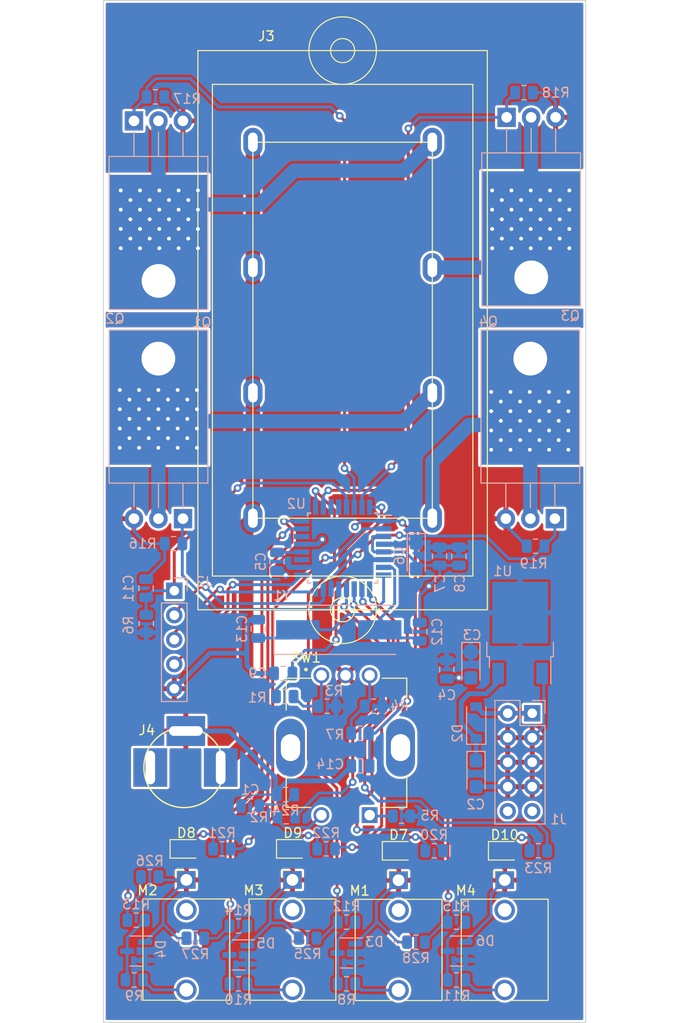
<source format=kicad_pcb>
(kicad_pcb (version 20211014) (generator pcbnew)
  (layers (0 "F.Cu" signal) (31 "B.Cu" signal) (34 "B.Paste" user) (35 "F.Paste" user) (36 "B.SilkS" user "B.Silkscreen") (37 "F.SilkS" user "F.Silkscreen") (38 "B.Mask" user) (39 "F.Mask" user) (44 "Edge.Cuts" user))
  (net 0 "")
  (net 1 "GND")
  (net 2 "Net-(C5-Pad1)")
  (net 3 "+5V")
  (net 4 "/ENC0")
  (net 5 "/SW")
  (net 6 "/RESET")
  (net 7 "Net-(C12-Pad2)")
  (net 8 "Net-(C13-Pad2)")
  (net 9 "/ENC1")
  (net 10 "Net-(D3-Pad3)")
  (net 11 "Net-(D4-Pad3)")
  (net 12 "Net-(D5-Pad3)")
  (net 13 "Net-(D6-Pad3)")
  (net 14 "Net-(D7-Pad2)")
  (net 15 "Net-(D8-Pad2)")
  (net 16 "Net-(D9-Pad2)")
  (net 17 "Net-(D10-Pad2)")
  (net 18 "Net-(D2-Pad2)")
  (net 21 "/MOSI")
  (net 22 "/MISO")
  (net 23 "/SCK")
  (net 24 "/APULSOUT2")
  (net 25 "/PULL2")
  (net 26 "/APULSOUT0")
  (net 27 "/PULL0")
  (net 28 "/APULSOUT1")
  (net 29 "/PULL1")
  (net 30 "/APULSOUT3")
  (net 31 "/PULL3")
  (net 32 "Net-(R1-Pad2)")
  (net 33 "Net-(R2-Pad2)")
  (net 34 "Net-(R4-Pad2)")
  (net 35 "Net-(R5-Pad1)")
  (net 36 "/PULSIN2")
  (net 37 "/PULSIN0")
  (net 38 "/PULSIN1")
  (net 39 "/PULSIN3")
  (net 40 "/AVRPULSIN2")
  (net 41 "/AVRPULSIN0")
  (net 42 "/AVRPULSIN1")
  (net 43 "/AVRPULSIN3")
  (net 44 "/LED2")
  (net 45 "/LED0")
  (net 46 "/LED1")
  (net 47 "/LED3")
  (net 48 "+12V")
  (net 53 "/POWER")
  (footprint "LED_SMD:LED_0805_2012Metric" (layer "F.Cu") (at 41.6 88.2)
    (fp_text reference "D10")
    (fp_text value "LED")
  )
  (footprint "martin_module:Jack_3.5mm_QingPu_WQP-PJ398SM_Vertical_CircularHolesKEEPOUT" (layer "F.Cu") (at 41.6 91.24)
    (fp_text reference "M4")
    (fp_text value "AUDIO-JACKERTHENVAR-PJ398-allcolours-rescue")
  )
  (footprint "martin_module:Jack_3.5mm_QingPu_WQP-PJ398SM_Vertical_CircularHolesKEEPOUT" (layer "F.Cu") (at 8.6 91.22)
    (fp_text reference "M2")
    (fp_text value "AUDIO-JACKERTHENVAR-PJ398-allcolours-rescue")
  )
  (footprint "LED_SMD:LED_0805_2012Metric" (layer "F.Cu") (at 19.6325 88)
    (fp_text reference "D9")
    (fp_text value "LED")
  )
  (footprint "LED_SMD:LED_0805_2012Metric" (layer "F.Cu") (at 30.6 88.2)
    (fp_text reference "D7")
    (fp_text value "LED")
  )
  (footprint "martin_module:Jack_3.5mm_QingPu_WQP-PJ398SM_Vertical_CircularHolesKEEPOUT" (layer "F.Cu") (at 30.6 91.255)
    (fp_text reference "M1")
    (fp_text value "AUDIO-JACKERTHENVAR-PJ398-allcolours-rescue")
  )
  (footprint "martin_module:Push_terminals_2x4_Cliff_FE6930" (layer "F.Cu") (at 24.8 34.2)
    (fp_text reference "J3")
    (fp_text value "Conn_02x04_Top_Bottom")
  )
  (footprint "martin_module:Jack_3.5mm_QingPu_WQP-PJ398SM_Vertical_CircularHolesKEEPOUT" (layer "F.Cu") (at 19.6 91.22)
    (fp_text reference "M3")
    (fp_text value "AUDIO-JACKERTHENVAR-PJ398-allcolours-rescue")
  )
  (footprint "martin_module:XDCR_PEC11R-4215F-S0024" (layer "F.Cu") (at 25.2 77)
    (fp_text reference "SW1")
    (fp_text value "PEC11R-4215F-S0024")
  )
  (footprint "martin_module:BARREL_JACK" (layer "F.Cu") (at 6.16 79.5598 180)
    (fp_text reference "J4")
    (fp_text value "Barrel_Jack_Switch")
  )
  (footprint "LED_SMD:LED_0805_2012Metric" (layer "F.Cu") (at 8.6 88)
    (fp_text reference "D8")
    (fp_text value "LED")
  )
  (footprint "Capacitor_Tantalum_SMD:CP_EIA-3216-18_Kemet-A" (layer "B.Cu") (at 38.63 80.2 -90)
    (fp_text reference "C2")
    (fp_text value "10uF")
  )
  (footprint "Capacitor_Tantalum_SMD:CP_EIA-3216-18_Kemet-A" (layer "B.Cu") (at 32.425 57.6 -90)
    (fp_text reference "C6")
    (fp_text value "1uF")
  )
  (footprint "Package_TO_SOT_SMD:SOT-23" (layer "B.Cu") (at 25.2 98.8 180)
    (fp_text reference "D3")
    (fp_text value "BAT54S")
  )
  (footprint "Resistor_SMD:R_0805_2012Metric" (layer "B.Cu") (at 23.2 73.2 180)
    (fp_text reference "R3")
    (fp_text value "10K")
  )
  (footprint "martin_module:TO-220-3_Horizontal_TabDown_DrainHeatSink" (layer "B.Cu") (at 8.25 53.75 180)
    (fp_text reference "Q1")
    (fp_text value "IRLB8721PBF")
  )
  (footprint "Resistor_SMD:R_0805_2012Metric" (layer "B.Cu") (at 5.4 10)
    (fp_text reference "R17")
    (fp_text value "10K")
  )
  (footprint "Package_TO_SOT_SMD:TO-252-2" (layer "B.Cu") (at 43.2 65.6 90)
    (fp_text reference "U1")
    (fp_text value "LM1117-5.0")
  )
  (footprint "Diode_SMD:D_SOD-123" (layer "B.Cu") (at 38.65 74.9 90)
    (fp_text reference "D2")
    (fp_text value "D")
  )
  (footprint "Resistor_SMD:R_0805_2012Metric" (layer "B.Cu") (at 12.2875 88 180)
    (fp_text reference "R21")
    (fp_text value "220R")
  )
  (footprint "Resistor_SMD:R_0805_2012Metric" (layer "B.Cu") (at 3.2 101.6)
    (fp_text reference "R9")
    (fp_text value "10K")
  )
  (footprint "Resistor_SMD:R_0805_2012Metric" (layer "B.Cu") (at 34.2875 88.2 180)
    (fp_text reference "R20")
    (fp_text value "220R")
  )
  (footprint "Resistor_SMD:R_0805_2012Metric" (layer "B.Cu") (at 18.8 72.2)
    (fp_text reference "R1")
    (fp_text value "10K")
  )
  (footprint "Capacitor_SMD:C_0805_2012Metric" (layer "B.Cu") (at 26.65 79.4 180)
    (fp_text reference "C14")
    (fp_text value "100nF")
  )
  (footprint "Resistor_SMD:R_0805_2012Metric" (layer "B.Cu") (at 18.8875 82.37)
    (fp_text reference "R24")
    (fp_text value "10K")
  )
  (footprint "Resistor_SMD:R_0805_2012Metric" (layer "B.Cu") (at 14 96 180)
    (fp_text reference "R14")
    (fp_text value "10K")
  )
  (footprint "Resistor_SMD:R_0805_2012Metric" (layer "B.Cu") (at 44.8 56.6 180)
    (fp_text reference "R19")
    (fp_text value "10K")
  )
  (footprint "Resistor_SMD:R_0805_2012Metric" (layer "B.Cu") (at 9.5325 97.27)
    (fp_text reference "R27")
    (fp_text value "100K")
  )
  (footprint "Resistor_SMD:R_0805_2012Metric" (layer "B.Cu") (at 3.4 95.4 180)
    (fp_text reference "R13")
    (fp_text value "10K")
  )
  (footprint "Capacitor_SMD:C_0805_2012Metric" (layer "B.Cu") (at 34.85 57.65 -90)
    (fp_text reference "C7")
    (fp_text value "100nF")
  )
  (footprint "Resistor_SMD:R_0805_2012Metric" (layer "B.Cu") (at 25.2 95.6 180)
    (fp_text reference "R12")
    (fp_text value "10K")
  )
  (footprint "Package_TO_SOT_SMD:SOT-23" (layer "B.Cu") (at 14 99 180)
    (fp_text reference "D5")
    (fp_text value "BAT54S")
  )
  (footprint "Connector_PinHeader_2.54mm:PinHeader_1x05_P2.54mm_Vertical" (layer "B.Cu") (at 7.35 61.225 180)
    (fp_text reference "J2")
    (fp_text value "PROG")
  )
  (footprint "Package_QFP:TQFP-32_7x7mm_P0.8mm" (layer "B.Cu") (at 24.8 56.8 180)
    (fp_text reference "U2")
    (fp_text value "ATmega168-20A")
  )
  (footprint "Resistor_SMD:R_0805_2012Metric" (layer "B.Cu") (at 26.6 76)
    (fp_text reference "R7")
    (fp_text value "10K")
  )
  (footprint "martin_module:TO-220-3_Horizontal_TabDown_DrainHeatSink" (layer "B.Cu") (at 41.8 12.12)
    (fp_text reference "Q3")
    (fp_text value "IRLB8721PBF")
  )
  (footprint "Resistor_SMD:R_0805_2012Metric" (layer "B.Cu") (at 32.4025 97.68)
    (fp_text reference "R28")
    (fp_text value "100K")
  )
  (footprint "Resistor_SMD:R_0805_2012Metric" (layer "B.Cu") (at 30.9125 84.6)
    (fp_text reference "R5")
    (fp_text value "10K")
  )
  (footprint "Package_TO_SOT_SMD:SOT-23" (layer "B.Cu") (at 36.6 98.6 180)
    (fp_text reference "D6")
    (fp_text value "BAT54S")
  )
  (footprint "Capacitor_SMD:C_0805_2012Metric" (layer "B.Cu") (at 32.8 65.48 -90)
    (fp_text reference "C12")
    (fp_text value "22pF")
  )
  (footprint "Capacitor_SMD:C_0805_2012Metric" (layer "B.Cu") (at 18.65 69.8 180)
    (fp_text reference "C9")
    (fp_text value "100nF")
  )
  (footprint "Resistor_SMD:R_0805_2012Metric" (layer "B.Cu") (at 7.27 56.34 180)
    (fp_text reference "R16")
    (fp_text value "10K")
  )
  (footprint "Capacitor_SMD:C_0805_2012Metric" (layer "B.Cu") (at 16.05 65.18 -90)
    (fp_text reference "C13")
    (fp_text value "22pF")
  )
  (footprint "Package_TO_SOT_SMD:SOT-23" (layer "B.Cu") (at 3.4 98.6 180)
    (fp_text reference "D4")
    (fp_text value "BAT54S")
  )
  (footprint "Capacitor_SMD:C_0805_2012Metric" (layer "B.Cu") (at 15.22 83.55 180)
    (fp_text reference "C1")
    (fp_text value "100nF")
  )
  (footprint "Resistor_SMD:R_0805_2012Metric" (layer "B.Cu") (at 23.0875 88 180)
    (fp_text reference "R22")
    (fp_text value "220R")
  )
  (footprint "Capacitor_SMD:C_0805_2012Metric" (layer "B.Cu") (at 35.6 69.4 -90)
    (fp_text reference "C4")
    (fp_text value "100nF")
  )
  (footprint "Resistor_SMD:R_0805_2012Metric" (layer "B.Cu") (at 4.45 64.64 -90)
    (fp_text reference "R6")
    (fp_text value "10K")
  )
  (footprint "Resistor_SMD:R_0805_2012Metric" (layer "B.Cu") (at 28 73.2 180)
    (fp_text reference "R4")
    (fp_text value "10K")
  )
  (footprint "Connector_PinHeader_2.54mm:PinHeader_2x05_P2.54mm_Vertical" (layer "B.Cu") (at 44.455 73.935 180)
    (fp_text reference "J1")
    (fp_text value "Conn_02x05_Odd_Even")
  )
  (footprint "Resistor_SMD:R_0805_2012Metric" (layer "B.Cu") (at 43.6 9.56)
    (fp_text reference "R18")
    (fp_text value "10K")
  )
  (footprint "Resistor_SMD:R_0805_2012Metric" (layer "B.Cu") (at 45.0875 88.2 180)
    (fp_text reference "R23")
    (fp_text value "220R")
  )
  (footprint "Capacitor_Tantalum_SMD:CP_EIA-3216-18_Kemet-A" (layer "B.Cu") (at 38.1 68.9 -90)
    (fp_text reference "C3")
    (fp_text value "10uF")
  )
  (footprint "Resistor_SMD:R_0805_2012Metric" (layer "B.Cu") (at 4.81 90.89 180)
    (fp_text reference "R26")
    (fp_text value "100K")
  )
  (footprint "Capacitor_SMD:C_0805_2012Metric" (layer "B.Cu") (at 4.43 60.97 90)
    (fp_text reference "C11")
    (fp_text value "100nF")
  )
  (footprint "Resistor_SMD:R_0805_2012Metric" (layer "B.Cu") (at 14 102)
    (fp_text reference "R10")
    (fp_text value "10K")
  )
  (footprint "martin_module:TO-220-3_Horizontal_TabDown_DrainHeatSink" (layer "B.Cu") (at 46.8 53.75 180)
    (fp_text reference "Q4")
    (fp_text value "IRLB8721PBF")
  )
  (footprint "Capacitor_SMD:C_0805_2012Metric" (layer "B.Cu") (at 18 58.2 -90)
    (fp_text reference "C5")
    (fp_text value "100nF")
  )
  (footprint "Capacitor_SMD:C_0805_2012Metric" (layer "B.Cu") (at 36.85 57.65 -90)
    (fp_text reference "C8")
    (fp_text value "100nF")
  )
  (footprint "Resistor_SMD:R_0805_2012Metric" (layer "B.Cu") (at 18.96 84.67 180)
    (fp_text reference "R2")
    (fp_text value "10K")
  )
  (footprint "Resistor_SMD:R_0805_2012Metric" (layer "B.Cu") (at 25.2 102)
    (fp_text reference "R8")
    (fp_text value "10K")
  )
  (footprint "Resistor_SMD:R_0805_2012Metric" (layer "B.Cu") (at 36.6 95.6 180)
    (fp_text reference "R15")
    (fp_text value "10K")
  )
  (footprint "Resistor_SMD:R_0805_2012Metric" (layer "B.Cu") (at 21.1775 97.25)
    (fp_text reference "R25")
    (fp_text value "100K")
  )
  (footprint "Crystal:Crystal_SMD_HC49-SD" (layer "B.Cu") (at 24.4 65.28)
    (fp_text reference "Y1")
    (fp_text value "Crystal")
  )
  (footprint "martin_module:TO-220-3_Horizontal_TabDown_DrainHeatSink" (layer "B.Cu") (at 3.17 12.49)
    (fp_text reference "Q2")
    (fp_text value "IRLB8721PBF")
  )
  (footprint "Resistor_SMD:R_0805_2012Metric" (layer "B.Cu") (at 36.6 101.6)
    (fp_text reference "R11")
    (fp_text value "10K")
  )
  (gr_rect (start 0 0) (end 50 106) (layer "Edge.Cuts") (width 0.1) (fill none))
  (segment (start 19.6 91.22) (end 19.6 88.905) (width 0.3) (layer "F.Cu") (net 1))
  (segment (start 30.6 91.255) (end 30.6 89.1375) (width 0.3) (layer "F.Cu") (net 1))
  (segment (start 41.6 89.1375) (end 40.6625 88.2) (width 0.3) (layer "F.Cu") (net 1))
  (segment (start 8.6 91.22) (end 8.6 88.9375) (width 0.3) (layer "F.Cu") (net 1))
  (segment (start 41.6 91.24) (end 41.6 89.1375) (width 0.3) (layer "F.Cu") (net 1))
  (segment (start 30.6 89.1375) (end 29.6625 88.2) (width 0.3) (layer "F.Cu") (net 1))
  (segment (start 8.6 88.9375) (end 7.6625 88) (width 0.3) (layer "F.Cu") (net 1))
  (segment (start 19.6 88.905) (end 18.695 88) (width 0.3) (layer "F.Cu") (net 1))
  (via (at 22.7 55.9) (size 0.8) (drill 0.4) (layers "F.Cu" "B.Cu") (net 1))
  (via (at 36.85 70.25) (size 0.8) (drill 0.4) (layers "F.Cu" "B.Cu") (net 1))
  (via (at 33.75 60.75) (size 0.8) (drill 0.4) (layers "F.Cu" "B.Cu") (net 1))
  (via (at 18.9 59.6) (size 0.8) (drill 0.4) (layers "F.Cu" "B.Cu") (net 1))
  (segment (start 28.3 95.45) (end 28.3 93.555) (width 0.3) (layer "B.Cu") (net 1))
  (segment (start 14.875 68.975) (end 15.7 69.8) (width 0.5) (layer "B.Cu") (net 1))
  (segment (start 13.0254 75.7752) (end 8.5476 75.7752) (width 0.5) (layer "B.Cu") (net 1))
  (segment (start 36.85 58.6) (end 32.7 58.6) (width 0.3) (layer "B.Cu") (net 1))
  (segment (start 32.8 64.53) (end 32.8 61.7) (width 0.3) (layer "B.Cu") (net 1))
  (segment (start 27.9 55.65) (end 27.9 57.025) (width 0.3) (layer "B.Cu") (net 1))
  (segment (start 17.3 95.6875) (end 17.3 93.52) (width 0.3) (layer "B.Cu") (net 1))
  (segment (start 28.075 57.2) (end 29.05 57.2) (width 0.3) (layer "B.Cu") (net 1))
  (segment (start 32.8 64.53) (end 32.87 64.6) (width 0.3) (layer "B.Cu") (net 1))
  (segment (start 29.05 55.6) (end 27.95 55.6) (width 0.3) (layer "B.Cu") (net 1))
  (segment (start 37.5375 97.65) (end 40.185 95.0025) (width 0.3) (layer "B.Cu") (net 1))
  (segment (start 14.875 64.525) (end 14.875 67.975) (width 0.5) (layer "B.Cu") (net 1))
  (segment (start 4.43 60.02) (end 6.3575 58.0925) (width 0.3) (layer "B.Cu") (net 1))
  (segment (start 24.15 80.95) (end 19.1 80.95) (width 0.5) (layer "B.Cu") (net 1))
  (segment (start 26.1375 97.85) (end 28.3 95.6875) (width 0.3) (layer "B.Cu") (net 1))
  (segment (start 15.17 64.23) (end 14.875 64.525) (width 0.5) (layer "B.Cu") (net 1))
  (segment (start 5.7225 90.89) (end 6.0525 91.22) (width 0.25) (layer "B.Cu") (net 1))
  (segment (start 36.85 70.25) (end 35.7 70.25) (width 0.3) (layer "B.Cu") (net 1))
  (segment (start 16.05 64.23) (end 15.17 64.23) (width 0.5) (layer "B.Cu") (net 1))
  (segment (start 6.3575 56.34) (end 4.44 56.34) (width 0.3) (layer "B.Cu") (net 1))
  (segment (start 20.55 56.4) (end 22.2 56.4) (width 0.5) (layer "B.Cu") (net 1))
  (segment (start 32.8 61.7) (end 33.75 60.75) (width 0.3) (layer "B.Cu") (net 1))
  (segment (start 45.48 69.8) (end 45.655 69.975) (width 0.3) (layer "B.Cu") (net 1))
  (segment (start 3.17 55.07) (end 3.17 53.75) (width 0.3) (layer "B.Cu") (net 1))
  (segment (start 41.72 54.4325) (end 41.72 53.75) (width 0.3) (layer "B.Cu") (net 1))
  (segment (start 45.96 9.56) (end 46.88 10.48) (width 0.3) (layer "B.Cu") (net 1))
  (segment (start 14.875 67.975) (end 14.875 68.975) (width 0.5) (layer "B.Cu") (net 1))
  (segment (start 17.3 93.52) (end 19.6 91.22) (width 0.3) (layer "B.Cu") (net 1))
  (segment (start 11.035 67.7) (end 14.6 67.7) (width 0.5) (layer "B.Cu") (net 1))
  (segment (start 18.7025 95.6875) (end 20.265 97.25) (width 0.3) (layer "B.Cu") (net 1))
  (segment (start 38.1 70.25) (end 36.85 70.25) (width 0.3) (layer "B.Cu") (net 1))
  (segment (start 30.7 57.2) (end 29.05 57.2) (width 0.3) (layer "B.Cu") (net 1))
  (segment (start 7.35 71.385) (end 11.035 67.7) (width 0.5) (layer "B.Cu") (net 1))
  (segment (start 15.7 69.8) (end 17.7 69.8) (width 0.5) (layer "B.Cu") (net 1))
  (segment (start 6.3575 58.0925) (end 6.3575 56.34) (width 0.3) (layer "B.Cu") (net 1))
  (segment (start 44.5125 9.56) (end 45.96 9.56) (width 0.3) (layer "B.Cu") (net 1))
  (segment (start 6.3125 10) (end 8.25 11.9375) (width 0.3) (layer "B.Cu") (net 1))
  (segment (start 18.45 59.15) (end 18.9 59.6) (width 0.5) (layer "B.Cu") (net 1))
  (segment (start 18 59.15) (end 18.45 59.15) (width 0.5) (layer "B.Cu") (net 1))
  (segment (start 45.655 69.975) (end 45.655 75.275) (width 0.3) (layer "B.Cu") (net 1))
  (segment (start 17.85 82.2) (end 17.85 80.5998) (width 0.5) (layer "B.Cu") (net 1))
  (segment (start 32.65 58.55) (end 31.3 57.2) (width 0.3) (layer "B.Cu") (net 1))
  (segment (start 14.6 67.7) (end 14.875 67.975) (width 0.5) (layer "B.Cu") (net 1))
  (segment (start 31.3 57.2) (end 30.7 57.2) (width 0.3) (layer "B.Cu") (net 1))
  (segment (start 8.62 97.27) (end 7.6825 97.27) (width 0.25) (layer "B.Cu") (net 1))
  (segment (start 7.6825 97.27) (end 6.2 95.7875) (width 0.25) (layer "B.Cu") (net 1))
  (segment (start 31.49 97.68) (end 30.53 97.68) (width 0.25) (layer "B.Cu") (net 1))
  (segment (start 33.75 60.75) (end 34.85 59.65) (width 0.3) (layer "B.Cu") (net 1))
  (segment (start 6.2 93.62) (end 8.6 91.22) (width 0.3) (layer "B.Cu") (net 1))
  (segment (start 27.95 55.6) (end 27.9 55.65) (width 0.3) (layer "B.Cu") (net 1))
  (segment (start 28.3 93.555) (end 30.6 91.255) (width 0.3) (layer "B.Cu") (net 1))
  (segment (start 6.0525 91.22) (end 8.6 91.22) (width 0.25) (layer "B.Cu") (net 1))
  (segment (start 15.45 82.37) (end 17.975 82.37) (width 0.25) (layer "B.Cu") (net 1))
  (segment (start 28.3 95.6875) (end 28.3 95.45) (width 0.3) (layer "B.Cu") (net 1))
  (segment (start 25.7 79.4) (end 24.15 80.95) (width 0.5) (layer "B.Cu") (net 1))
  (segment (start 6.2 95.7875) (end 6.2 93.62) (width 0.3) (layer "B.Cu") (net 1))
  (segment (start 32.7 58.6) (end 32.65 58.55) (width 0.3) (layer "B.Cu") (net 1))
  (segment (start 43.8875 56.6) (end 41.72 54.4325) (width 0.3) (layer "B.Cu") (net 1))
  (segment (start 30.53 97.68) (end 28.3 95.45) (width 0.25) (layer "B.Cu") (net 1))
  (segment (start 46.88 10.48) (end 46.88 12.12) (width 0.3) (layer "B.Cu") (net 1))
  (segment (start 45.655 75.275) (end 44.455 76.475) (width 0.3) (layer "B.Cu") (net 1))
  (segment (start 17.85 80.5998) (end 13.0254 75.7752) (width 0.5) (layer "B.Cu") (net 1))
  (segment (start 35.7 70.25) (end 35.6 70.35) (width 0.3) (layer "B.Cu") (net 1))
  (segment (start 40.185 92.655) (end 41.6 91.24) (width 0.3) (layer "B.Cu") (net 1))
  (segment (start 8.25 11.9375) (end 8.25 12.49) (width 0.3) (layer "B.Cu") (net 1))
  (segment (start 4.44 56.34) (end 3.17 55.07) (width 0.3) (layer "B.Cu") (net 1))
  (segment (start 14.9375 98.05) (end 17.3 95.6875) (width 0.3) (layer "B.Cu") (net 1))
  (segment (start 14.27 83.55) (end 15.45 82.37) (width 0.25) (layer "B.Cu") (net 1))
  (segment (start 17.3 95.6875) (end 18.7025 95.6875) (width 0.3) (layer "B.Cu") (net 1))
  (segment (start 40.185 95.0025) (end 40.185 92.655) (width 0.3) (layer "B.Cu") (net 1))
  (segment (start 4.3375 97.65) (end 6.2 95.7875) (width 0.3) (layer "B.Cu") (net 1))
  (segment (start 38.63 81.55) (end 41.91 81.55) (width 0.5) (layer "B.Cu") (net 1))
  (segment (start 22.2 56.4) (end 22.7 55.9) (width 0.5) (layer "B.Cu") (net 1))
  (segment (start 27.9 57.025) (end 28.075 57.2) (width 0.3) (layer "B.Cu") (net 1))
  (segment (start 19.1 80.95) (end 17.85 82.2) (width 0.5) (layer "B.Cu") (net 1))
  (segment (start 34.85 59.65) (end 34.85 58.6) (width 0.3) (layer "B.Cu") (net 1))
  (segment (start 41.91 81.55) (end 41.915 81.555) (width 0.5) (layer "B.Cu") (net 1))
  (segment (start 18 57.25) (end 20.5 57.25) (width 0.3) (layer "B.Cu") (net 2))
  (segment (start 20.5 57.25) (end 20.55 57.2) (width 0.3) (layer "B.Cu") (net 2))
  (segment (start 25.619073 57.158119) (end 25.619073 59.850927) (width 0.3) (layer "F.Cu") (net 4))
  (segment (start 24.11 61.36) (end 24.11 66.31) (width 0.3) (layer "F.Cu") (net 4))
  (segment (start 25.619073 59.850927) (end 24.11 61.36) (width 0.3) (layer "F.Cu") (net 4))
  (segment (start 28.84 52.57) (end 28.84 53.937192) (width 0.3) (layer "F.Cu") (net 4))
  (segment (start 28.84 53.937192) (end 25.619073 57.158119) (width 0.3) (layer "F.Cu") (net 4))
  (via (at 24.11 66.31) (size 0.8) (drill 0.4) (layers "F.Cu" "B.Cu") (net 4))
  (via (at 28.84 52.57) (size 0.8) (drill 0.4) (layers "F.Cu" "B.Cu") (net 4))
  (segment (start 23.03 67.39) (end 24.11 66.31) (width 0.3) (layer "B.Cu") (net 4))
  (segment (start 20.91 67.39) (end 23.03 67.39) (width 0.3) (layer "B.Cu") (net 4))
  (segment (start 19.6 68.7) (end 20.91 67.39) (width 0.3) (layer "B.Cu") (net 4))
  (segment (start 17.8875 71.5125) (end 17.8875 72.2) (width 0.3) (layer "B.Cu") (net 4))
  (segment (start 19.6 69.8) (end 17.8875 71.5125) (width 0.3) (layer "B.Cu") (net 4))
  (segment (start 19.6 69.8) (end 19.6 68.7) (width 0.3) (layer "B.Cu") (net 4))
  (segment (start 27.6 52.55) (end 28.82 52.55) (width 0.3) (layer "B.Cu") (net 4))
  (segment (start 28.82 52.55) (end 28.84 52.57) (width 0.3) (layer "B.Cu") (net 4))
  (segment (start 25.85 76.214502) (end 29.04 73.024502) (width 0.3) (layer "F.Cu") (net 5))
  (segment (start 29.04 73.024502) (end 29.04 67.1105) (width 0.3) (layer "F.Cu") (net 5))
  (segment (start 25.85 81.08) (end 25.85 76.214502) (width 0.3) (layer "F.Cu") (net 5))
  (segment (start 24.94645 63.01695) (end 24.94645 62.880115) (width 0.3) (layer "F.Cu") (net 5))
  (segment (start 29.04 67.1105) (end 24.94645 63.01695) (width 0.3) (layer "F.Cu") (net 5))
  (via (at 25.85 81.08) (size 0.8) (drill 0.4) (layers "F.Cu" "B.Cu") (net 5))
  (via (at 24.94645 62.880115) (size 0.8) (drill 0.4) (layers "F.Cu" "B.Cu") (net 5))
  (segment (start 25.2 62.626565) (end 24.94645 62.880115) (width 0.3) (layer "B.Cu") (net 5))
  (segment (start 24.73 82.2) (end 25.85 81.08) (width 0.3) (layer "B.Cu") (net 5))
  (segment (start 19.8725 84.67) (end 22.3425 82.2) (width 0.3) (layer "B.Cu") (net 5))
  (segment (start 18.775 83.395) (end 16.325 83.395) (width 0.25) (layer "B.Cu") (net 5))
  (segment (start 22.3425 82.2) (end 24.73 82.2) (width 0.3) (layer "B.Cu") (net 5))
  (segment (start 25.2 61.05) (end 25.2 62.626565) (width 0.3) (layer "B.Cu") (net 5))
  (segment (start 19.8 82.37) (end 18.775 83.395) (width 0.25) (layer "B.Cu") (net 5))
  (segment (start 16.325 83.395) (end 16.17 83.55) (width 0.25) (layer "B.Cu") (net 5))
  (segment (start 7.35 61.225) (end 7.35 57.140002) (width 0.3) (layer "F.Cu") (net 6))
  (segment (start 7.35 57.140002) (end 13.910001 50.580001) (width 0.3) (layer "F.Cu") (net 6))
  (via (at 13.910001 50.580001) (size 0.8) (drill 0.4) (layers "F.Cu" "B.Cu") (net 6))
  (segment (start 14.43 50.06) (end 13.91 50.58) (width 0.3) (layer "B.Cu") (net 6))
  (segment (start 25.2 52.55) (end 25.2 51.45) (width 0.3) (layer "B.Cu") (net 6))
  (segment (start 5.125 61.225) (end 7.35 61.225) (width 0.3) (layer "B.Cu") (net 6))
  (segment (start 4.43 63.7075) (end 4.45 63.7275) (width 0.3) (layer "B.Cu") (net 6))
  (segment (start 4.43 61.92) (end 5.125 61.225) (width 0.3) (layer "B.Cu") (net 6))
  (segment (start 4.43 61.92) (end 4.43 63.7075) (width 0.3) (layer "B.Cu") (net 6))
  (segment (start 25.2 51.45) (end 23.81 50.06) (width 0.3) (layer "B.Cu") (net 6))
  (segment (start 23.81 50.06) (end 14.43 50.06) (width 0.3) (layer "B.Cu") (net 6))
  (segment (start 30.2 62.59) (end 30.2 59.09) (width 0.3) (layer "B.Cu") (net 7))
  (segment (start 29.49 66.12) (end 32.49 66.12) (width 0.3) (layer "B.Cu") (net 7))
  (segment (start 28.65 65.28) (end 28.65 64.14) (width 0.3) (layer "B.Cu") (net 7))
  (segment (start 29.91 58.8) (end 29.05 58.8) (width 0.3) (layer "B.Cu") (net 7))
  (segment (start 28.65 64.14) (end 30.2 62.59) (width 0.3) (layer "B.Cu") (net 7))
  (segment (start 32.49 66.12) (end 32.8 66.43) (width 0.3) (layer "B.Cu") (net 7))
  (segment (start 28.65 65.28) (end 29.49 66.12) (width 0.3) (layer "B.Cu") (net 7))
  (segment (start 30.2 59.09) (end 29.91 58.8) (width 0.3) (layer "B.Cu") (net 7))
  (segment (start 23.74 65.28) (end 25.33 63.69) (width 0.3) (layer "B.Cu") (net 8))
  (segment (start 29.05 62.34) (end 29.05 59.6) (width 0.3) (layer "B.Cu") (net 8))
  (segment (start 19.3 66.13) (end 16.05 66.13) (width 0.3) (layer "B.Cu") (net 8))
  (segment (start 27.7 63.69) (end 29.05 62.34) (width 0.3) (layer "B.Cu") (net 8))
  (segment (start 20.15 65.28) (end 19.3 66.13) (width 0.3) (layer "B.Cu") (net 8))
  (segment (start 20.15 65.28) (end 23.74 65.28) (width 0.3) (layer "B.Cu") (net 8))
  (segment (start 25.33 63.69) (end 27.7 63.69) (width 0.3) (layer "B.Cu") (net 8))
  (segment (start 31.511853 54.681853) (end 31 54.17) (width 0.3) (layer "F.Cu") (net 9))
  (segment (start 31.511853 72.671853) (end 31.511853 54.681853) (width 0.3) (layer "F.Cu") (net 9))
  (via (at 31 54.17) (size 0.8) (drill 0.4) (layers "F.Cu" "B.Cu") (net 9))
  (via (at 26.070023 54.600023) (size 0.8) (drill 0.4) (layers "F.Cu" "B.Cu") (net 9))
  (via (at 31.511853 72.671853) (size 0.8) (drill 0.4) (layers "F.Cu" "B.Cu") (net 9))
  (segment (start 31.511853 72.671853) (end 31.6 72.583705) (width 0.3) (layer "B.Cu") (net 9))
  (segment (start 31.6 72.583705) (end 31.6 72.56) (width 0.3) (layer "B.Cu") (net 9))
  (segment (start 27.6 76.0875) (end 27.5125 76) (width 0.3) (layer "B.Cu") (net 9))
  (segment (start 27.5125 76) (end 28.183705 76) (width 0.3) (layer "B.Cu") (net 9))
  (segment (start 30.83 54) (end 31 54.17) (width 0.3) (layer "B.Cu") (net 9))
  (segment (start 28.183705 76) (end 31.511853 72.671853) (width 0.3) (layer "B.Cu") (net 9))
  (segment (start 29.05 54) (end 26.670046 54) (width 0.3) (layer "B.Cu") (net 9))
  (segment (start 26.670046 54) (end 26.070023 54.600023) (width 0.3) (layer "B.Cu") (net 9))
  (segment (start 27.6 79.4) (end 27.6 76.0875) (width 0.3) (layer "B.Cu") (net 9))
  (segment (start 29.05 54) (end 30.83 54) (width 0.3) (layer "B.Cu") (net 9))
  (segment (start 24.3 97.4125) (end 24.3 101.9875) (width 0.3) (layer "B.Cu") (net 10))
  (segment (start 24.3 101.9875) (end 24.2875 102) (width 0.3) (layer "B.Cu") (net 10))
  (segment (start 26.1125 95.6) (end 24.3 97.4125) (width 0.3) (layer "B.Cu") (net 10))
  (segment (start 2.2875 101.6) (end 2.4625 101.425) (width 0.3) (layer "B.Cu") (net 11))
  (segment (start 2.4625 97.25) (end 4.3125 95.4) (width 0.3) (layer "B.Cu") (net 11))
  (segment (start 2.4625 101.425) (end 2.4625 97.25) (width 0.3) (layer "B.Cu") (net 11))
  (segment (start 13.0625 101.975) (end 13.0625 97.85) (width 0.3) (layer "B.Cu") (net 12))
  (segment (start 13.0875 102) (end 13.0625 101.975) (width 0.3) (layer "B.Cu") (net 12))
  (segment (start 13.0625 97.85) (end 14.9125 96) (width 0.3) (layer "B.Cu") (net 12))
  (segment (start 35.6625 101.575) (end 35.6625 97.45) (width 0.3) (layer "B.Cu") (net 13))
  (segment (start 35.6625 97.45) (end 37.5125 95.6) (width 0.3) (layer "B.Cu") (net 13))
  (segment (start 35.6875 101.6) (end 35.6625 101.575) (width 0.3) (layer "B.Cu") (net 13))
  (segment (start 31.5375 87.0325) (end 31.8005 86.7695) (width 0.3) (layer "F.Cu") (net 14))
  (segment (start 31.8005 86.7695) (end 32.354433 86.7695) (width 0.3) (layer "F.Cu") (net 14))
  (segment (start 31.5375 88.2) (end 31.5375 87.0325) (width 0.3) (layer "F.Cu") (net 14))
  (via (at 32.354433 86.7695) (size 0.8) (drill 0.4) (layers "F.Cu" "B.Cu") (net 14))
  (segment (start 33.375 88.2) (end 33.375 87.401402) (width 0.3) (layer "B.Cu") (net 14))
  (segment (start 33.375 87.401402) (end 32.743098 86.7695) (width 0.3) (layer "B.Cu") (net 14))
  (segment (start 32.743098 86.7695) (end 32.354433 86.7695) (width 0.3) (layer "B.Cu") (net 14))
  (segment (start 9.5375 86.9425) (end 10.03 86.45) (width 0.3) (layer "F.Cu") (net 15))
  (segment (start 10.03 86.45) (end 10.37 86.45) (width 0.3) (layer "F.Cu") (net 15))
  (segment (start 9.5375 88) (end 9.5375 86.9425) (width 0.3) (layer "F.Cu") (net 15))
  (via (at 10.37 86.45) (size 0.8) (drill 0.4) (layers "F.Cu" "B.Cu") (net 15))
  (segment (start 11.375 86.845) (end 10.98 86.45) (width 0.3) (layer "B.Cu") (net 15))
  (segment (start 11.375 88) (end 11.375 86.845) (width 0.3) (layer "B.Cu") (net 15))
  (segment (start 10.98 86.45) (end 10.37 86.45) (width 0.3) (layer "B.Cu") (net 15))
  (segment (start 20.57 88) (end 20.57 86.8) (width 0.3) (layer "F.Cu") (net 16))
  (segment (start 20.57 86.8) (end 20.76 86.61) (width 0.3) (layer "F.Cu") (net 16))
  (segment (start 20.76 86.61) (end 21.25 86.61) (width 0.3) (layer "F.Cu") (net 16))
  (via (at 21.25 86.61) (size 0.8) (drill 0.4) (layers "F.Cu" "B.Cu") (net 16))
  (segment (start 22.175 86.865) (end 21.92 86.61) (width 0.3) (layer "B.Cu") (net 16))
  (segment (start 22.175 88) (end 22.175 86.865) (width 0.3) (layer "B.Cu") (net 16))
  (segment (start 21.92 86.61) (end 21.25 86.61) (width 0.3) (layer "B.Cu") (net 16))
  (segment (start 43.37 86.82) (end 42.9 86.82) (width 0.3) (layer "F.Cu") (net 17))
  (segment (start 42.5375 87.1825) (end 42.5375 88.2) (width 0.3) (layer "F.Cu") (net 17))
  (segment (start 42.9 86.82) (end 42.5375 87.1825) (width 0.3) (layer "F.Cu") (net 17))
  (via (at 43.37 86.82) (size 0.8) (drill 0.4) (layers "F.Cu" "B.Cu") (net 17))
  (segment (start 44.175 88.2) (end 44.175 87.035) (width 0.3) (layer "B.Cu") (net 17))
  (segment (start 43.96 86.82) (end 43.37 86.82) (width 0.3) (layer "B.Cu") (net 17))
  (segment (start 44.175 87.035) (end 43.96 86.82) (width 0.3) (layer "B.Cu") (net 17))
  (segment (start 44.455 73.935) (end 41.915 73.935) (width 0.5) (layer "B.Cu") (net 18))
  (segment (start 41.915 73.935) (end 39.335 73.935) (width 0.5) (layer "B.Cu") (net 18))
  (segment (start 39.335 73.935) (end 38.65 73.25) (width 0.5) (layer "B.Cu") (net 18))
  (segment (start 10.01 60.85) (end 10.61 60.85) (width 0.3) (layer "F.Cu") (net 21))
  (segment (start 7.35 63.51) (end 10.01 60.85) (width 0.3) (layer "F.Cu") (net 21))
  (segment (start 7.35 63.765) (end 7.35 63.51) (width 0.3) (layer "F.Cu") (net 21))
  (via (at 10.61 60.85) (size 0.8) (drill 0.4) (layers "F.Cu" "B.Cu") (net 21))
  (segment (start 22.8 62.15) (end 22.4 62.55) (width 0.3) (layer "B.Cu") (net 21))
  (segment (start 12.31 62.55) (end 10.61 60.85) (width 0.3) (layer "B.Cu") (net 21))
  (segment (start 22.4 62.55) (end 12.31 62.55) (width 0.3) (layer "B.Cu") (net 21))
  (segment (start 22.8 61.05) (end 22.8 62.15) (width 0.3) (layer "B.Cu") (net 21))
  (segment (start 11.86 61.09) (end 12.1 61.09) (width 0.3) (layer "F.Cu") (net 22))
  (segment (start 7.35 65.6) (end 11.86 61.09) (width 0.3) (layer "F.Cu") (net 22))
  (segment (start 7.35 66.305) (end 7.35 65.6) (width 0.3) (layer "F.Cu") (net 22))
  (via (at 12.1 61.09) (size 0.8) (drill 0.4) (layers "F.Cu" "B.Cu") (net 22))
  (segment (start 12.3595 61.3495) (end 12.1 61.09) (width 0.3) (layer "B.Cu") (net 22))
  (segment (start 21.7005 61.3495) (end 12.3595 61.3495) (width 0.3) (layer "B.Cu") (net 22))
  (segment (start 22 61.05) (end 21.7005 61.3495) (width 0.3) (layer "B.Cu") (net 22))
  (segment (start 12.92 61.09) (end 13.41 60.6) (width 0.3) (layer "F.Cu") (net 23))
  (segment (start 7.35 68.845) (end 12.92 63.275) (width 0.3) (layer "F.Cu") (net 23))
  (segment (start 12.92 63.275) (end 12.92 61.09) (width 0.3) (layer "F.Cu") (net 23))
  (via (at 13.41 60.6) (size 0.8) (drill 0.4) (layers "F.Cu" "B.Cu") (net 23))
  (segment (start 19.55 60.6) (end 13.41 60.6) (width 0.3) (layer "B.Cu") (net 23))
  (segment (start 20.55 59.6) (end 19.55 60.6) (width 0.3) (layer "B.Cu") (net 23))
  (segment (start 8.1825 53.8175) (end 8.25 53.75) (width 0.3) (layer "B.Cu") (net 24))
  (segment (start 8.1825 56.34) (end 8.1825 59.608901) (width 0.3) (layer "B.Cu") (net 24))
  (segment (start 24.4 62.025) (end 24.4 61.05) (width 0.3) (layer "B.Cu") (net 24))
  (segment (start 8.1825 59.608901) (end 11.7331 63.159501) (width 0.3) (layer "B.Cu") (net 24))
  (segment (start 11.7331 63.159501) (end 23.265499 63.159501) (width 0.3) (layer "B.Cu") (net 24))
  (segment (start 23.265499 63.159501) (end 24.4 62.025) (width 0.3) (layer "B.Cu") (net 24))
  (segment (start 8.1825 56.34) (end 8.1825 53.8175) (width 0.3) (layer "B.Cu") (net 24))
  (via (at 5.7 40.4) (size 0.8) (drill 0.4) (layers "F.Cu" "B.Cu") (net 25))
  (via (at 9.7 42.4) (size 0.8) (drill 0.4) (layers "F.Cu" "B.Cu") (net 25))
  (via (at 6.7 45.4) (size 0.8) (drill 0.4) (layers "F.Cu" "B.Cu") (net 25))
  (via (at 7.7 46.4) (size 0.8) (drill 0.4) (layers "F.Cu" "B.Cu") (net 25))
  (via (at 1.7 44.4) (size 0.8) (drill 0.4) (layers "F.Cu" "B.Cu") (net 25))
  (via (at 5.7 44.4) (size 0.8) (drill 0.4) (layers "F.Cu" "B.Cu") (net 25))
  (via (at 5.7 42.4) (size 0.8) (drill 0.4) (layers "F.Cu" "B.Cu") (net 25))
  (via (at 5.7 46.4) (size 0.8) (drill 0.4) (layers "F.Cu" "B.Cu") (net 25))
  (via (at 2.7 41.4) (size 0.8) (drill 0.4) (layers "F.Cu" "B.Cu") (net 25))
  (via (at 1.7 42.4) (size 0.8) (drill 0.4) (layers "F.Cu" "B.Cu") (net 25))
  (via (at 4.7 45.4) (size 0.8) (drill 0.4) (layers "F.Cu" "B.Cu") (net 25))
  (via (at 6.7 43.4) (size 0.8) (drill 0.4) (layers "F.Cu" "B.Cu") (net 25))
  (via (at 7.7 42.4) (size 0.8) (drill 0.4) (layers "F.Cu" "B.Cu") (net 25))
  (via (at 3.7 46.4) (size 0.8) (drill 0.4) (layers "F.Cu" "B.Cu") (net 25))
  (via (at 3.7 40.4) (size 0.8) (drill 0.4) (layers "F.Cu" "B.Cu") (net 25))
  (via (at 1.7 40.4) (size 0.8) (drill 0.4) (layers "F.Cu" "B.Cu") (net 25))
  (via (at 7.7 40.4) (size 0.8) (drill 0.4) (layers "F.Cu" "B.Cu") (net 25))
  (via (at 9.7 44.4) (size 0.8) (drill 0.4) (layers "F.Cu" "B.Cu") (net 25))
  (via (at 9.7 40.4) (size 0.8) (drill 0.4) (layers "F.Cu" "B.Cu") (net 25))
  (via (at 6.7 41.4) (size 0.8) (drill 0.4) (layers "F.Cu" "B.Cu") (net 25))
  (via (at 8.7 41.4) (size 0.8) (drill 0.4) (layers "F.Cu" "B.Cu") (net 25))
  (via (at 3.7 44.4) (size 0.8) (drill 0.4) (layers "F.Cu" "B.Cu") (net 25))
  (via (at 4.7 41.4) (size 0.8) (drill 0.4) (layers "F.Cu" "B.Cu") (net 25))
  (via (at 8.7 45.4) (size 0.8) (drill 0.4) (layers "F.Cu" "B.Cu") (net 25))
  (via (at 4.7 43.4) (size 0.8) (drill 0.4) (layers "F.Cu" "B.Cu") (net 25))
  (via (at 2.7 45.4) (size 0.8) (drill 0.4) (layers "F.Cu" "B.Cu") (net 25))
  (via (at 2.7 43.4) (size 0.8) (drill 0.4) (layers "F.Cu" "B.Cu") (net 25))
  (via (at 1.7 46.4) (size 0.8) (drill 0.4) (layers "F.Cu" "B.Cu") (net 25))
  (via (at 3.7 42.4) (size 0.8) (drill 0.4) (layers "F.Cu" "B.Cu") (net 25))
  (via (at 9.7 46.4) (size 0.8) (drill 0.4) (layers "F.Cu" "B.Cu") (net 25))
  (via (at 7.7 44.4) (size 0.8) (drill 0.4) (layers "F.Cu" "B.Cu") (net 25))
  (via (at 8.7 43.4) (size 0.8) (drill 0.4) (layers "F.Cu" "B.Cu") (net 25))
  (segment (start 31.15 43.65) (end 6.11 43.65) (width 1.5) (layer "B.Cu") (net 25))
  (segment (start 6.11 43.65) (end 6.08 43.68) (width 1.5) (layer "B.Cu") (net 25))
  (segment (start 5.71 53.75) (end 5.71 40.399501) (width 1.5) (layer "B.Cu") (net 25))
  (segment (start 34.1 40.7) (end 31.15 43.65) (width 1.5) (layer "B.Cu") (net 25))
  (segment (start 25 48.52) (end 25 12.47) (width 0.3) (layer "F.Cu") (net 26))
  (segment (start 25 12.47) (end 24.5 11.97) (width 0.3) (layer "F.Cu") (net 26))
  (via (at 24.5 11.97) (size 0.8) (drill 0.4) (layers "F.Cu" "B.Cu") (net 26))
  (via (at 25 48.52) (size 0.8) (drill 0.4) (layers "F.Cu" "B.Cu") (net 26))
  (segment (start 23.58 11.05) (end 24.5 11.97) (width 0.3) (layer "B.Cu") (net 26))
  (segment (start 11.95 11.05) (end 23.58 11.05) (width 0.3) (layer "B.Cu") (net 26))
  (segment (start 5.4 8.1) (end 9 8.1) (width 0.3) (layer "B.Cu") (net 26))
  (segment (start 9 8.1) (end 11.95 11.05) (width 0.3) (layer "B.Cu") (net 26))
  (segment (start 4.4875 10) (end 3.17 11.3175) (width 0.3) (layer "B.Cu") (net 26))
  (segment (start 26 49.52) (end 25 48.52) (width 0.3) (layer "B.Cu") (net 26))
  (segment (start 3.17 11.3175) (end 3.17 12.49) (width 0.3) (layer "B.Cu") (net 26))
  (segment (start 26 52.55) (end 26 49.52) (width 0.3) (layer "B.Cu") (net 26))
  (segment (start 4.4875 9.0125) (end 5.4 8.1) (width 0.3) (layer "B.Cu") (net 26))
  (segment (start 4.4875 10) (end 4.4875 9.0125) (width 0.3) (layer "B.Cu") (net 26))
  (via (at 9.8 19.7) (size 0.8) (drill 0.4) (layers "F.Cu" "B.Cu") (net 27))
  (via (at 6.8 22.7) (size 0.8) (drill 0.4) (layers "F.Cu" "B.Cu") (net 27))
  (via (at 4.8 24.7) (size 0.8) (drill 0.4) (layers "F.Cu" "B.Cu") (net 27))
  (via (at 6.8 24.7) (size 0.8) (drill 0.4) (layers "F.Cu" "B.Cu") (net 27))
  (via (at 1.8 19.7) (size 0.8) (drill 0.4) (layers "F.Cu" "B.Cu") (net 27))
  (via (at 2.8 24.7) (size 0.8) (drill 0.4) (layers "F.Cu" "B.Cu") (net 27))
  (via (at 2.8 20.7) (size 0.8) (drill 0.4) (layers "F.Cu" "B.Cu") (net 27))
  (via (at 8.8 24.7) (size 0.8) (drill 0.4) (layers "F.Cu" "B.Cu") (net 27))
  (via (at 3.8 23.7) (size 0.8) (drill 0.4) (layers "F.Cu" "B.Cu") (net 27))
  (via (at 5.8 25.7) (size 0.8) (drill 0.4) (layers "F.Cu" "B.Cu") (net 27))
  (via (at 5.8 23.7) (size 0.8) (drill 0.4) (layers "F.Cu" "B.Cu") (net 27))
  (via (at 9.8 23.7) (size 0.8) (drill 0.4) (layers "F.Cu" "B.Cu") (net 27))
  (via (at 5.8 19.7) (size 0.8) (drill 0.4) (layers "F.Cu" "B.Cu") (net 27))
  (via (at 3.8 25.7) (size 0.8) (drill 0.4) (layers "F.Cu" "B.Cu") (net 27))
  (via (at 4.8 20.7) (size 0.8) (drill 0.4) (layers "F.Cu" "B.Cu") (net 27))
  (via (at 8.8 20.7) (size 0.8) (drill 0.4) (layers "F.Cu" "B.Cu") (net 27))
  (via (at 7.8 23.7) (size 0.8) (drill 0.4) (layers "F.Cu" "B.Cu") (net 27))
  (via (at 8.8 22.7) (size 0.8) (drill 0.4) (layers "F.Cu" "B.Cu") (net 27))
  (via (at 1.8 23.7) (size 0.8) (drill 0.4) (layers "F.Cu" "B.Cu") (net 27))
  (via (at 3.8 21.7) (size 0.8) (drill 0.4) (layers "F.Cu" "B.Cu") (net 27))
  (via (at 1.8 25.7) (size 0.8) (drill 0.4) (layers "F.Cu" "B.Cu") (net 27))
  (via (at 9.8 21.7) (size 0.8) (drill 0.4) (layers "F.Cu" "B.Cu") (net 27))
  (via (at 5.8 21.7) (size 0.8) (drill 0.4) (layers "F.Cu" "B.Cu") (net 27))
  (via (at 7.8 21.7) (size 0.8) (drill 0.4) (layers "F.Cu" "B.Cu") (net 27))
  (via (at 2.8 22.7) (size 0.8) (drill 0.4) (layers "F.Cu" "B.Cu") (net 27))
  (via (at 7.8 19.7) (size 0.8) (drill 0.4) (layers "F.Cu" "B.Cu") (net 27))
  (via (at 3.8 19.7) (size 0.8) (drill 0.4) (layers "F.Cu" "B.Cu") (net 27))
  (via (at 1.8 21.7) (size 0.8) (drill 0.4) (layers "F.Cu" "B.Cu") (net 27))
  (via (at 9.8 25.7) (size 0.8) (drill 0.4) (layers "F.Cu" "B.Cu") (net 27))
  (via (at 7.8 25.7) (size 0.8) (drill 0.4) (layers "F.Cu" "B.Cu") (net 27))
  (via (at 6.8 20.7) (size 0.8) (drill 0.4) (layers "F.Cu" "B.Cu") (net 27))
  (via (at 4.8 22.7) (size 0.8) (drill 0.4) (layers "F.Cu" "B.Cu") (net 27))
  (segment (start 31.15 17.65) (end 19.76 17.65) (width 1.5) (layer "B.Cu") (net 27))
  (segment (start 19.76 17.65) (end 16.25 21.16) (width 1.5) (layer "B.Cu") (net 27))
  (segment (start 16.25 21.16) (end 5.86 21.16) (width 1.5) (layer "B.Cu") (net 27))
  (segment (start 5.71 12.49) (end 5.71 25.840499) (width 1.5) (layer "B.Cu") (net 27))
  (segment (start 34.1 14.7) (end 31.15 17.65) (width 1.5) (layer "B.Cu") (net 27))
  (segment (start 31.61 46.59) (end 29.86 48.34) (width 0.3) (layer "F.Cu") (net 28))
  (segment (start 31.61 13.27) (end 31.61 46.59) (width 0.3) (layer "F.Cu") (net 28))
  (via (at 29.86 48.34) (size 0.8) (drill 0.4) (layers "F.Cu" "B.Cu") (net 28))
  (via (at 31.61 13.27) (size 0.8) (drill 0.4) (layers "F.Cu" "B.Cu") (net 28))
  (segment (start 41.8 12.12) (end 32.76 12.12) (width 0.3) (layer "B.Cu") (net 28))
  (segment (start 26.8 52.55) (end 26.8 51.4) (width 0.3) (layer "B.Cu") (net 28))
  (segment (start 41.8 10.4475) (end 42.6875 9.56) (width 0.3) (layer "B.Cu") (net 28))
  (segment (start 26.8 51.4) (end 29.86 48.34) (width 0.3) (layer "B.Cu") (net 28))
  (segment (start 32.76 12.12) (end 31.61 13.27) (width 0.3) (layer "B.Cu") (net 28))
  (segment (start 41.8 12.12) (end 41.8 10.4475) (width 0.3) (layer "B.Cu") (net 28))
  (via (at 48.3 19.7) (size 0.8) (drill 0.4) (layers "F.Cu" "B.Cu") (net 29))
  (via (at 46.3 23.7) (size 0.8) (drill 0.4) (layers "F.Cu" "B.Cu") (net 29))
  (via (at 42.3 23.7) (size 0.8) (drill 0.4) (layers "F.Cu" "B.Cu") (net 29))
  (via (at 47.3 22.7) (size 0.8) (drill 0.4) (layers "F.Cu" "B.Cu") (net 29))
  (via (at 41.3 20.7) (size 0.8) (drill 0.4) (layers "F.Cu" "B.Cu") (net 29))
  (via (at 44.3 23.7) (size 0.8) (drill 0.4) (layers "F.Cu" "B.Cu") (net 29))
  (via (at 48.3 21.7) (size 0.8) (drill 0.4) (layers "F.Cu" "B.Cu") (net 29))
  (via (at 43.3 24.7) (size 0.8) (drill 0.4) (layers "F.Cu" "B.Cu") (net 29))
  (via (at 41.3 22.7) (size 0.8) (drill 0.4) (layers "F.Cu" "B.Cu") (net 29))
  (via (at 48.3 25.7) (size 0.8) (drill 0.4) (layers "F.Cu" "B.Cu") (net 29))
  (via (at 47.3 20.7) (size 0.8) (drill 0.4) (layers "F.Cu" "B.Cu") (net 29))
  (via (at 46.3 25.7) (size 0.8) (drill 0.4) (layers "F.Cu" "B.Cu") (net 29))
  (via (at 44.3 21.7) (size 0.8) (drill 0.4) (layers "F.Cu" "B.Cu") (net 29))
  (via (at 42.3 25.7) (size 0.8) (drill 0.4) (layers "F.Cu" "B.Cu") (net 29))
  (via (at 42.3 19.7) (size 0.8) (drill 0.4) (layers "F.Cu" "B.Cu") (net 29))
  (via (at 40.3 19.7) (size 0.8) (drill 0.4) (layers "F.Cu" "B.Cu") (net 29))
  (via (at 46.3 19.7) (size 0.8) (drill 0.4) (layers "F.Cu" "B.Cu") (net 29))
  (via (at 40.3 21.7) (size 0.8) (drill 0.4) (layers "F.Cu" "B.Cu") (net 29))
  (via (at 47.3 24.7) (size 0.8) (drill 0.4) (layers "F.Cu" "B.Cu") (net 29))
  (via (at 43.3 20.7) (size 0.8) (drill 0.4) (layers "F.Cu" "B.Cu") (net 29))
  (via (at 45.3 20.7) (size 0.8) (drill 0.4) (layers "F.Cu" "B.Cu") (net 29))
  (via (at 44.3 25.7) (size 0.8) (drill 0.4) (layers "F.Cu" "B.Cu") (net 29))
  (via (at 43.3 22.7) (size 0.8) (drill 0.4) (layers "F.Cu" "B.Cu") (net 29))
  (via (at 41.3 24.7) (size 0.8) (drill 0.4) (layers "F.Cu" "B.Cu") (net 29))
  (via (at 48.3 23.7) (size 0.8) (drill 0.4) (layers "F.Cu" "B.Cu") (net 29))
  (via (at 45.3 22.7) (size 0.8) (drill 0.4) (layers "F.Cu" "B.Cu") (net 29))
  (via (at 46.3 21.7) (size 0.8) (drill 0.4) (layers "F.Cu" "B.Cu") (net 29))
  (via (at 44.3 19.7) (size 0.8) (drill 0.4) (layers "F.Cu" "B.Cu") (net 29))
  (via (at 42.3 21.7) (size 0.8) (drill 0.4) (layers "F.Cu" "B.Cu") (net 29))
  (via (at 45.3 24.7) (size 0.8) (drill 0.4) (layers "F.Cu" "B.Cu") (net 29))
  (via (at 40.3 25.7) (size 0.8) (drill 0.4) (layers "F.Cu" "B.Cu") (net 29))
  (via (at 40.3 23.7) (size 0.8) (drill 0.4) (layers "F.Cu" "B.Cu") (net 29))
  (segment (start 34.1 27.7) (end 41.100499 27.7) (width 1.5) (layer "B.Cu") (net 29))
  (segment (start 44.34 12.12) (end 44.34 25.470499) (width 1.5) (layer "B.Cu") (net 29))
  (segment (start 28.377146 55.46) (end 26.368573 57.468573) (width 0.3) (layer "F.Cu") (net 30))
  (segment (start 30.68 55.46) (end 28.377146 55.46) (width 0.3) (layer "F.Cu") (net 30))
  (via (at 30.68 55.46) (size 0.8) (drill 0.4) (layers "F.Cu" "B.Cu") (net 30))
  (via (at 26.368573 57.468573) (size 0.8) (drill 0.4) (layers "F.Cu" "B.Cu") (net 30))
  (segment (start 30.77 55.55) (end 30.68 55.46) (width 0.3) (layer "B.Cu") (net 30))
  (segment (start 46.8 55.5125) (end 46.8 53.75) (width 0.3) (layer "B.Cu") (net 30))
  (segment (start 42 57.9) (end 39.65 55.55) (width 0.3) (layer "B.Cu") (net 30))
  (segment (start 39.65 55.55) (end 30.77 55.55) (width 0.3) (layer "B.Cu") (net 30))
  (segment (start 23.6 61.05) (end 23.6 59.95) (width 0.3) (layer "B.Cu") (net 30))
  (segment (start 26.081427 57.468573) (end 26.368573 57.468573) (width 0.3) (layer "B.Cu") (net 30))
  (segment (start 45.7125 56.6) (end 46.8 55.5125) (width 0.3) (layer "B.Cu") (net 30))
  (segment (start 45.7125 56.6) (end 44.4125 57.9) (width 0.3) (layer "B.Cu") (net 30))
  (segment (start 23.6 59.95) (end 26.081427 57.468573) (width 0.3) (layer "B.Cu") (net 30))
  (segment (start 44.4125 57.9) (end 42 57.9) (width 0.3) (layer "B.Cu") (net 30))
  (via (at 44.2 46.6) (size 0.8) (drill 0.4) (layers "F.Cu" "B.Cu") (net 31))
  (via (at 48.2 40.6) (size 0.8) (drill 0.4) (layers "F.Cu" "B.Cu") (net 31))
  (via (at 42.2 42.6) (size 0.8) (drill 0.4) (layers "F.Cu" "B.Cu") (net 31))
  (via (at 46.2 46.6) (size 0.8) (drill 0.4) (layers "F.Cu" "B.Cu") (net 31))
  (via (at 43.2 45.6) (size 0.8) (drill 0.4) (layers "F.Cu" "B.Cu") (net 31))
  (via (at 44.2 40.6) (size 0.8) (drill 0.4) (layers "F.Cu" "B.Cu") (net 31))
  (via (at 47.2 41.6) (size 0.8) (drill 0.4) (layers "F.Cu" "B.Cu") (net 31))
  (via (at 44.2 44.6) (size 0.8) (drill 0.4) (layers "F.Cu" "B.Cu") (net 31))
  (via (at 43.2 43.6) (size 0.8) (drill 0.4) (layers "F.Cu" "B.Cu") (net 31))
  (via (at 40.2 40.6) (size 0.8) (drill 0.4) (layers "F.Cu" "B.Cu") (net 31))
  (via (at 40.2 42.6) (size 0.8) (drill 0.4) (layers "F.Cu" "B.Cu") (net 31))
  (via (at 46.2 40.6) (size 0.8) (drill 0.4) (layers "F.Cu" "B.Cu") (net 31))
  (via (at 41.2 41.6) (size 0.8) (drill 0.4) (layers "F.Cu" "B.Cu") (net 31))
  (via (at 40.2 46.6) (size 0.8) (drill 0.4) (layers "F.Cu" "B.Cu") (net 31))
  (via (at 42.2 46.6) (size 0.8) (drill 0.4) (layers "F.Cu" "B.Cu") (net 31))
  (via (at 48.2 42.6) (size 0.8) (drill 0.4) (layers "F.Cu" "B.Cu") (net 31))
  (via (at 42.2 40.6) (size 0.8) (drill 0.4) (layers "F.Cu" "B.Cu") (net 31))
  (via (at 41.2 45.6) (size 0.8) (drill 0.4) (layers "F.Cu" "B.Cu") (net 31))
  (via (at 45.2 41.6) (size 0.8) (drill 0.4) (layers "F.Cu" "B.Cu") (net 31))
  (via (at 48.2 44.6) (size 0.8) (drill 0.4) (layers "F.Cu" "B.Cu") (net 31))
  (via (at 41.2 43.6) (size 0.8) (drill 0.4) (layers "F.Cu" "B.Cu") (net 31))
  (via (at 48.2 46.6) (size 0.8) (drill 0.4) (layers "F.Cu" "B.Cu") (net 31))
  (via (at 42.2 44.6) (size 0.8) (drill 0.4) (layers "F.Cu" "B.Cu") (net 31))
  (via (at 44.2 42.6) (size 0.8) (drill 0.4) (layers "F.Cu" "B.Cu") (net 31))
  (via (at 40.2 44.6) (size 0.8) (drill 0.4) (layers "F.Cu" "B.Cu") (net 31))
  (via (at 46.2 42.6) (size 0.8) (drill 0.4) (layers "F.Cu" "B.Cu") (net 31))
  (via (at 45.2 43.6) (size 0.8) (drill 0.4) (layers "F.Cu" "B.Cu") (net 31))
  (via (at 47.2 45.6) (size 0.8) (drill 0.4) (layers "F.Cu" "B.Cu") (net 31))
  (via (at 43.2 41.6) (size 0.8) (drill 0.4) (layers "F.Cu" "B.Cu") (net 31))
  (via (at 46.2 44.6) (size 0.8) (drill 0.4) (layers "F.Cu" "B.Cu") (net 31))
  (via (at 47.2 43.6) (size 0.8) (drill 0.4) (layers "F.Cu" "B.Cu") (net 31))
  (via (at 45.2 45.6) (size 0.8) (drill 0.4) (layers "F.Cu" "B.Cu") (net 31))
  (segment (start 34.1 47.83) (end 37.9 44.03) (width 1.5) (layer "B.Cu") (net 31))
  (segment (start 44.26 53.75) (end 44.26 40.399501) (width 1.5) (layer "B.Cu") (net 31))
  (segment (start 43.93 44.03) (end 43.95 44.01) (width 1.5) (layer "B.Cu") (net 31))
  (segment (start 37.9 44.03) (end 43.93 44.03) (width 1.5) (layer "B.Cu") (net 31))
  (segment (start 34.1 53.7) (end 34.1 47.83) (width 1.5) (layer "B.Cu") (net 31))
  (segment (start 20.7125 73.2) (end 19.7125 72.2) (width 0.3) (layer "B.Cu") (net 32))
  (segment (start 22.2875 73.2) (end 20.7125 73.2) (width 0.3) (layer "B.Cu") (net 32))
  (segment (start 22.2875 73.2) (end 22.6 72.8875) (width 0.3) (layer "B.Cu") (net 32))
  (segment (start 22.6 72.8875) (end 22.6 70) (width 0.3) (layer "B.Cu") (net 32))
  (segment (start 21.32 85.78) (end 22.6 84.5) (width 0.3) (layer "B.Cu") (net 33))
  (segment (start 18.82 85.78) (end 21.32 85.78) (width 0.3) (layer "B.Cu") (net 33))
  (segment (start 18.0475 84.67) (end 18.0475 85.0075) (width 0.3) (layer "B.Cu") (net 33))
  (segment (start 18.0475 85.0075) (end 18.82 85.78) (width 0.3) (layer "B.Cu") (net 33))
  (segment (start 27.0875 73.2) (end 27.6 72.6875) (width 0.3) (layer "B.Cu") (net 34))
  (segment (start 25.6875 76) (end 25.6875 74.6) (width 0.3) (layer "B.Cu") (net 34))
  (segment (start 27.6 72.6875) (end 27.6 70) (width 0.3) (layer "B.Cu") (net 34))
  (segment (start 25.6875 74.6) (end 27.0875 73.2) (width 0.3) (layer "B.Cu") (net 34))
  (segment (start 30 84.6) (end 27.7 84.6) (width 0.3) (layer "B.Cu") (net 35))
  (segment (start 27.7 84.6) (end 27.6 84.5) (width 0.3) (layer "B.Cu") (net 35))
  (segment (start 26.1125 102) (end 26.7675 102.655) (width 0.3) (layer "B.Cu") (net 36))
  (segment (start 26.7675 102.655) (end 30.6 102.655) (width 0.3) (layer "B.Cu") (net 36))
  (segment (start 8.6 102.62) (end 5.1325 102.62) (width 0.3) (layer "B.Cu") (net 37))
  (segment (start 5.1325 102.62) (end 4.1125 101.6) (width 0.3) (layer "B.Cu") (net 37))
  (segment (start 15.5325 102.62) (end 19.6 102.62) (width 0.3) (layer "B.Cu") (net 38))
  (segment (start 14.9125 102) (end 15.5325 102.62) (width 0.3) (layer "B.Cu") (net 38))
  (segment (start 37.5125 101.6) (end 38.5525 102.64) (width 0.3) (layer "B.Cu") (net 39))
  (segment (start 38.5525 102.64) (end 41.6 102.64) (width 0.3) (layer "B.Cu") (net 39))
  (segment (start 21.25 78.75) (end 24.215 81.715) (width 0.3) (layer "F.Cu") (net 40))
  (segment (start 24.215 81.715) (end 24.215 92.345) (width 0.3) (layer "F.Cu") (net 40))
  (segment (start 21.25 61.55) (end 21.25 78.75) (width 0.3) (layer "F.Cu") (net 40))
  (segment (start 23.953099 52.833099) (end 23.953099 58.846901) (width 0.3) (layer "F.Cu") (net 40))
  (segment (start 22 50.88) (end 23.953099 52.833099) (width 0.3) (layer "F.Cu") (net 40))
  (segment (start 23.953099 58.846901) (end 21.25 61.55) (width 0.3) (layer "F.Cu") (net 40))
  (via (at 22 50.88) (size 0.8) (drill 0.4) (layers "F.Cu" "B.Cu") (net 40))
  (via (at 24.215 92.345) (size 0.8) (drill 0.4) (layers "F.Cu" "B.Cu") (net 40))
  (segment (start 22.09 97.25) (end 22.6375 97.25) (width 0.25) (layer "B.Cu") (net 40))
  (segment (start 22.6375 97.25) (end 24.2875 95.6) (width 0.25) (layer "B.Cu") (net 40))
  (segment (start 22 50.88) (end 21.99 50.87) (width 0.3) (layer "B.Cu") (net 40))
  (segment (start 22 52.55) (end 22 50.88) (width 0.3) (layer "B.Cu") (net 40))
  (segment (start 24.2875 92.4175) (end 24.215 92.345) (width 0.3) (layer "B.Cu") (net 40))
  (segment (start 24.2875 95.6) (end 24.2875 92.4175) (width 0.3) (layer "B.Cu") (net 40))
  (segment (start 5.19 84.83) (end 2.56 87.46) (width 0.3) (layer "F.Cu") (net 41))
  (segment (start 16.430499 81.129501) (end 12.73 84.83) (width 0.3) (layer "F.Cu") (net 41))
  (segment (start 12.73 84.83) (end 5.19 84.83) (width 0.3) (layer "F.Cu") (net 41))
  (segment (start 16.430499 57.589501) (end 16.430499 81.129501) (width 0.3) (layer "F.Cu") (net 41))
  (segment (start 18.57 55.45) (end 16.430499 57.589501) (width 0.3) (layer "F.Cu") (net 41))
  (segment (start 2.56 87.46) (end 2.56 92.87) (width 0.3) (layer "F.Cu") (net 41))
  (via (at 18.57 55.45) (size 0.8) (drill 0.4) (layers "F.Cu" "B.Cu") (net 41))
  (via (at 2.56 92.87) (size 0.8) (drill 0.4) (layers "F.Cu" "B.Cu") (net 41))
  (segment (start 2.4875 92.9425) (end 2.56 92.87) (width 0.3) (layer "B.Cu") (net 41))
  (segment (start 2.4875 94.1125) (end 3.8975 92.7025) (width 0.3) (layer "B.Cu") (net 41))
  (segment (start 19.22 54.8) (end 18.57 55.45) (width 0.3) (layer "B.Cu") (net 41))
  (segment (start 3.8975 92.7025) (end 3.8975 90.89) (width 0.3) (layer "B.Cu") (net 41))
  (segment (start 2.4875 94.1125) (end 2.4875 92.9425) (width 0.3) (layer "B.Cu") (net 41))
  (segment (start 2.4875 95.4) (end 2.4875 94.1125) (width 0.3) (layer "B.Cu") (net 41))
  (segment (start 20.55 54.8) (end 19.22 54.8) (width 0.3) (layer "B.Cu") (net 41))
  (segment (start 13.16 86.64) (end 13.16 93.73) (width 0.3) (layer "F.Cu") (net 42))
  (segment (start 19.55 54.85) (end 19.55 56.2) (width 0.3) (layer "F.Cu") (net 42))
  (segment (start 18.72 54.02) (end 19.55 54.85) (width 0.3) (layer "F.Cu") (net 42))
  (segment (start 17.050499 82.749501) (end 13.16 86.64) (width 0.3) (layer "F.Cu") (net 42))
  (segment (start 19.55 56.2) (end 17.050499 58.699501) (width 0.3) (layer "F.Cu") (net 42))
  (segment (start 17.050499 58.699501) (end 17.050499 82.749501) (width 0.3) (layer "F.Cu") (net 42))
  (via (at 18.72 54.02) (size 0.8) (drill 0.4) (layers "F.Cu" "B.Cu") (net 42))
  (via (at 13.16 93.73) (size 0.8) (drill 0.4) (layers "F.Cu" "B.Cu") (net 42))
  (segment (start 13.0875 93.8025) (end 13.16 93.73) (width 0.3) (layer "B.Cu") (net 42))
  (segment (start 10.445 97.27) (end 11.8175 97.27) (width 0.25) (layer "B.Cu") (net 42))
  (segment (start 13.0875 96) (end 13.0875 93.8025) (width 0.3) (layer "B.Cu") (net 42))
  (segment (start 11.8175 97.27) (end 13.0875 96) (width 0.25) (layer "B.Cu") (net 42))
  (segment (start 20.55 54) (end 18.74 54) (width 0.3) (layer "B.Cu") (net 42))
  (segment (start 18.74 54) (end 18.72 54.02) (width 0.3) (layer "B.Cu") (net 42))
  (segment (start 32.34 70.8) (end 35.72 74.18) (width 0.3) (layer "F.Cu") (net 43))
  (segment (start 23.315289 50.8095) (end 30.9895 50.8095) (width 0.3) (layer "F.Cu") (net 43))
  (segment (start 35.72 92.85) (end 35.78 92.91) (width 0.3) (layer "F.Cu") (net 43))
  (segment (start 32.34 52.16) (end 32.34 70.8) (width 0.3) (layer "F.Cu") (net 43))
  (segment (start 30.9895 50.8095) (end 32.34 52.16) (width 0.3) (layer "F.Cu") (net 43))
  (segment (start 35.72 74.18) (end 35.72 92.85) (width 0.3) (layer "F.Cu") (net 43))
  (segment (start 35.78 92.91) (end 35.81 92.94) (width 0.3) (layer "F.Cu") (net 43))
  (via (at 35.78 92.91) (size 0.8) (drill 0.4) (layers "F.Cu" "B.Cu") (net 43))
  (via (at 23.315289 50.8095) (size 0.8) (drill 0.4) (layers "F.Cu" "B.Cu") (net 43))
  (segment (start 22.8 52.55) (end 22.8 51.324789) (width 0.3) (layer "B.Cu") (net 43))
  (segment (start 35.395 95.6) (end 35.6875 95.6) (width 0.25) (layer "B.Cu") (net 43))
  (segment (start 35.6875 93.0025) (end 35.78 92.91) (width 0.3) (layer "B.Cu") (net 43))
  (segment (start 35.6875 95.6) (end 35.6875 93.0025) (width 0.3) (layer "B.Cu") (net 43))
  (segment (start 33.315 97.68) (end 35.395 95.6) (width 0.25) (layer "B.Cu") (net 43))
  (segment (start 22.8 51.324789) (end 23.315289 50.8095) (width 0.3) (layer "B.Cu") (net 43))
  (segment (start 30.039002 73.438304) (end 27.8495 75.627806) (width 0.3) (layer "F.Cu") (net 44))
  (segment (start 26.28 83.669954) (end 26.28 86.02) (width 0.3) (layer "F.Cu") (net 44))
  (segment (start 30.039002 65.509048) (end 30.039002 73.438304) (width 0.3) (layer "F.Cu") (net 44))
  (segment (start 27.8495 75.627806) (end 27.8495 82.100454) (width 0.3) (layer "F.Cu") (net 44))
  (segment (start 26.899399 62.369445) (end 30.039002 65.509048) (width 0.3) (layer "F.Cu") (net 44))
  (segment (start 27.8495 82.100454) (end 26.28 83.669954) (width 0.3) (layer "F.Cu") (net 44))
  (via (at 26.28 86.02) (size 0.8) (drill 0.4) (layers "F.Cu" "B.Cu") (net 44))
  (via (at 26.899399 62.369445) (size 0.8) (drill 0.4) (layers "F.Cu" "B.Cu") (net 44))
  (segment (start 35.2 88.2) (end 33.02 86.02) (width 0.3) (layer "B.Cu") (net 44))
  (segment (start 26.8 61.05) (end 26.8 62.270046) (width 0.3) (layer "B.Cu") (net 44))
  (segment (start 26.8 62.270046) (end 26.899399 62.369445) (width 0.3) (layer "B.Cu") (net 44))
  (segment (start 33.02 86.02) (end 26.28 86.02) (width 0.3) (layer "B.Cu") (net 44))
  (segment (start 15.07 87.23) (end 17.55 84.75) (width 0.3) (layer "F.Cu") (net 45))
  (segment (start 17.55 63.25) (end 23 57.8) (width 0.3) (layer "F.Cu") (net 45))
  (segment (start 17.55 84.75) (end 17.55 63.25) (width 0.3) (layer "F.Cu") (net 45))
  (via (at 15.07 87.23) (size 0.8) (drill 0.4) (layers "F.Cu" "B.Cu") (net 45))
  (via (at 23 57.8) (size 0.8) (drill 0.4) (layers "F.Cu" "B.Cu") (net 45))
  (segment (start 23.93 57.8) (end 23 57.8) (width 0.3) (layer "B.Cu") (net 45))
  (segment (start 29.05 54.8) (end 26.93 54.8) (width 0.3) (layer "B.Cu") (net 45))
  (segment (start 26.93 54.8) (end 23.93 57.8) (width 0.3) (layer "B.Cu") (net 45))
  (segment (start 14.3 88) (end 15.07 87.23) (width 0.3) (layer "B.Cu") (net 45))
  (segment (start 13.2 88) (end 14.3 88) (width 0.3) (layer "B.Cu") (net 45))
  (segment (start 28.84 85.61) (end 26.62 87.83) (width 0.3) (layer "F.Cu") (net 46))
  (segment (start 27.94 62.15) (end 30.538503 64.748503) (width 0.3) (layer "F.Cu") (net 46))
  (segment (start 28.84 75.343707) (end 28.84 85.61) (width 0.3) (layer "F.Cu") (net 46))
  (segment (start 30.538503 73.645204) (end 28.84 75.343707) (width 0.3) (layer "F.Cu") (net 46))
  (segment (start 26.62 87.83) (end 25.79 87.83) (width 0.3) (layer "F.Cu") (net 46))
  (segment (start 30.538503 64.748503) (end 30.538503 73.645204) (width 0.3) (layer "F.Cu") (net 46))
  (via (at 27.94 62.15) (size 0.8) (drill 0.4) (layers "F.Cu" "B.Cu") (net 46))
  (via (at 25.79 87.83) (size 0.8) (drill 0.4) (layers "F.Cu" "B.Cu") (net 46))
  (segment (start 27.6 61.05) (end 27.6 61.81) (width 0.3) (layer "B.Cu") (net 46))
  (segment (start 24.17 87.83) (end 25.79 87.83) (width 0.3) (layer "B.Cu") (net 46))
  (segment (start 24 88) (end 24.17 87.83) (width 0.3) (layer "B.Cu") (net 46))
  (segment (start 27.6 61.81) (end 27.94 62.15) (width 0.3) (layer "B.Cu") (net 46))
  (segment (start 25.947528 62.69218) (end 25.947528 62.680901) (width 0.3) (layer "F.Cu") (net 47))
  (segment (start 27.1 75.670904) (end 29.539501 73.231403) (width 0.3) (layer "F.Cu") (net 47))
  (segment (start 29.539501 73.231403) (end 29.539501 66.284153) (width 0.3) (layer "F.Cu") (net 47))
  (segment (start 29.539501 66.284153) (end 25.947528 62.69218) (width 0.3) (layer "F.Cu") (net 47))
  (segment (start 27.1 81.65) (end 27.1 75.670904) (width 0.3) (layer "F.Cu") (net 47))
  (via (at 27.1 81.65) (size 0.8) (drill 0.4) (layers "F.Cu" "B.Cu") (net 47))
  (via (at 25.947528 62.680901) (size 0.8) (drill 0.4) (layers "F.Cu" "B.Cu") (net 47))
  (segment (start 35.085 85.295) (end 32.84 83.05) (width 0.3) (layer "B.Cu") (net 47))
  (segment (start 26 61.05) (end 26 62.628429) (width 0.3) (layer "B.Cu") (net 47))
  (segment (start 32.84 83.05) (end 28.5 83.05) (width 0.3) (layer "B.Cu") (net 47))
  (segment (start 26 62.628429) (end 25.947528 62.680901) (width 0.3) (layer "B.Cu") (net 47))
  (segment (start 28.5 83.05) (end 27.1 81.65) (width 0.3) (layer "B.Cu") (net 47))
  (segment (start 46 86.38) (end 44.915 85.295) (width 0.3) (layer "B.Cu") (net 47))
  (segment (start 44.915 85.295) (end 35.085 85.295) (width 0.3) (layer "B.Cu") (net 47))
  (segment (start 46 88.2) (end 46 86.38) (width 0.3) (layer "B.Cu") (net 47))
  (segment (start 39.7 71.9) (end 37.9 71.9) (width 0.5) (layer "B.Cu") (net 48))
  (segment (start 40.92 70.68) (end 39.7 71.9) (width 0.5) (layer "B.Cu") (net 48))
  (segment (start 37.1 72.7) (end 37.1 75) (width 0.5) (layer "B.Cu") (net 48))
  (segment (start 38.65 78.83) (end 38.63 78.85) (width 0.5) (layer "B.Cu") (net 48))
  (segment (start 37.1 75) (end 38.65 76.55) (width 0.5) (layer "B.Cu") (net 48))
  (segment (start 40.92 69.8) (end 40.92 70.68) (width 0.5) (layer "B.Cu") (net 48))
  (segment (start 37.9 71.9) (end 37.1 72.7) (width 0.5) (layer "B.Cu") (net 48))
  (segment (start 38.65 76.55) (end 38.65 78.83) (width 0.5) (layer "B.Cu") (net 48))
  (segment (start 14.8 54.4) (end 15.5 53.7) (width 1.5) (layer "F.Cu") (net 53))
  (segment (start 12.16 79.5598) (end 14.8 76.9198) (width 1.5) (layer "F.Cu") (net 53))
  (segment (start 15.5 53.7) (end 15.5 14.7) (width 1.5) (layer "F.Cu") (net 53))
  (segment (start 14.8 76.9198) (end 14.8 54.4) (width 1.5) (layer "F.Cu") (net 53))
  (zone (net 1) (net_name "GND") (layer "F.Cu") (connect_pads (clearance 0.25)) (min_thickness 0.25) (fill yes (thermal_gap 0.25) (thermal_bridge_width 0.508))
    (polygon (pts (xy 50 106) (xy 0 106) (xy 0 0) (xy 50 0)))
  )
  (zone (net 3) (net_name "+5V") (layer "B.Cu") (connect_pads (clearance 0.25)) (min_thickness 0.25) (fill yes (thermal_gap 0.25) (thermal_bridge_width 0.508))
    (polygon (pts (xy 50 106) (xy 0 106) (xy 0 0) (xy 50 0)))
  )
)
</source>
